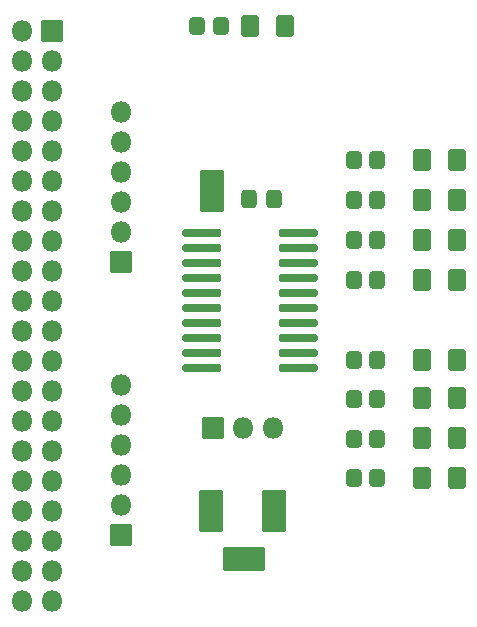
<source format=gbr>
%TF.GenerationSoftware,KiCad,Pcbnew,8.0.2*%
%TF.CreationDate,2024-05-07T14:35:48-05:00*%
%TF.ProjectId,CERBERUS 2100 Blinky,43455242-4552-4555-9320-323130302042,rev?*%
%TF.SameCoordinates,Original*%
%TF.FileFunction,Soldermask,Top*%
%TF.FilePolarity,Negative*%
%FSLAX46Y46*%
G04 Gerber Fmt 4.6, Leading zero omitted, Abs format (unit mm)*
G04 Created by KiCad (PCBNEW 8.0.2) date 2024-05-07 14:35:48*
%MOMM*%
%LPD*%
G01*
G04 APERTURE LIST*
G04 Aperture macros list*
%AMRoundRect*
0 Rectangle with rounded corners*
0 $1 Rounding radius*
0 $2 $3 $4 $5 $6 $7 $8 $9 X,Y pos of 4 corners*
0 Add a 4 corners polygon primitive as box body*
4,1,4,$2,$3,$4,$5,$6,$7,$8,$9,$2,$3,0*
0 Add four circle primitives for the rounded corners*
1,1,$1+$1,$2,$3*
1,1,$1+$1,$4,$5*
1,1,$1+$1,$6,$7*
1,1,$1+$1,$8,$9*
0 Add four rect primitives between the rounded corners*
20,1,$1+$1,$2,$3,$4,$5,0*
20,1,$1+$1,$4,$5,$6,$7,0*
20,1,$1+$1,$6,$7,$8,$9,0*
20,1,$1+$1,$8,$9,$2,$3,0*%
G04 Aperture macros list end*
%ADD10RoundRect,0.267825X0.495475X0.657975X-0.495475X0.657975X-0.495475X-0.657975X0.495475X-0.657975X0*%
%ADD11RoundRect,0.050800X-0.850000X-0.850000X0.850000X-0.850000X0.850000X0.850000X-0.850000X0.850000X0*%
%ADD12O,1.801600X1.801600*%
%ADD13RoundRect,0.271166X-0.379634X-0.479634X0.379634X-0.479634X0.379634X0.479634X-0.379634X0.479634X0*%
%ADD14RoundRect,0.050800X-1.725000X-0.925000X1.725000X-0.925000X1.725000X0.925000X-1.725000X0.925000X0*%
%ADD15RoundRect,0.175400X-0.862900X-0.175400X0.862900X-0.175400X0.862900X0.175400X-0.862900X0.175400X0*%
%ADD16RoundRect,0.271617X0.366683X0.504183X-0.366683X0.504183X-0.366683X-0.504183X0.366683X-0.504183X0*%
%ADD17RoundRect,0.050800X0.925000X-1.725000X0.925000X1.725000X-0.925000X1.725000X-0.925000X-1.725000X0*%
%ADD18RoundRect,0.050800X0.850000X-0.850000X0.850000X0.850000X-0.850000X0.850000X-0.850000X-0.850000X0*%
%ADD19RoundRect,0.175400X-0.900400X-0.175400X0.900400X-0.175400X0.900400X0.175400X-0.900400X0.175400X0*%
%ADD20RoundRect,0.050800X0.850000X0.850000X-0.850000X0.850000X-0.850000X-0.850000X0.850000X-0.850000X0*%
G04 APERTURE END LIST*
D10*
%TO.C,D8*%
X119129200Y-96477400D03*
X116154200Y-96477400D03*
%TD*%
%TO.C,D3*%
X119129200Y-76327000D03*
X116154200Y-76327000D03*
%TD*%
D11*
%TO.C,J1*%
X84861400Y-62052200D03*
D12*
X82321400Y-62052200D03*
X84861400Y-64592200D03*
X82321400Y-64592200D03*
X84861400Y-67132200D03*
X82321400Y-67132200D03*
X84861400Y-69672200D03*
X82321400Y-69672200D03*
X84861400Y-72212200D03*
X82321400Y-72212200D03*
X84861400Y-74752200D03*
X82321400Y-74752200D03*
X84861400Y-77292200D03*
X82321400Y-77292200D03*
X84861400Y-79832200D03*
X82321400Y-79832200D03*
X84861400Y-82372200D03*
X82321400Y-82372200D03*
X84861400Y-84912200D03*
X82321400Y-84912200D03*
X84861400Y-87452200D03*
X82321400Y-87452200D03*
X84861400Y-89992200D03*
X82321400Y-89992200D03*
X84861400Y-92532200D03*
X82321400Y-92532200D03*
X84861400Y-95072200D03*
X82321400Y-95072200D03*
X84861400Y-97612200D03*
X82321400Y-97612200D03*
X84861400Y-100152200D03*
X82321400Y-100152200D03*
X84861400Y-102692200D03*
X82321400Y-102692200D03*
X84861400Y-105232200D03*
X82321400Y-105232200D03*
X84861400Y-107772200D03*
X82321400Y-107772200D03*
X84861400Y-110312200D03*
X82321400Y-110312200D03*
%TD*%
D10*
%TO.C,D9*%
X119129200Y-99867400D03*
X116154200Y-99867400D03*
%TD*%
D13*
%TO.C,R8*%
X110388400Y-96524266D03*
X112388400Y-96524266D03*
%TD*%
D10*
%TO.C,D7*%
X119129200Y-93087400D03*
X116154200Y-93087400D03*
%TD*%
D14*
%TO.C,TP3*%
X101092000Y-106680000D03*
%TD*%
D10*
%TO.C,D6*%
X119162100Y-89838000D03*
X116187100Y-89838000D03*
%TD*%
D15*
%TO.C,U1*%
X98137500Y-79121000D03*
X98137500Y-80391000D03*
X98137500Y-81661000D03*
X98137500Y-82931000D03*
X98137500Y-84201000D03*
X98137500Y-85471000D03*
X98137500Y-86741000D03*
X98137500Y-88011000D03*
X98137500Y-89281000D03*
X98137500Y-90551000D03*
X105062500Y-90551000D03*
X105062500Y-89281000D03*
X105062500Y-88011000D03*
X105062500Y-86741000D03*
X105062500Y-85471000D03*
X105062500Y-84201000D03*
X105062500Y-82931000D03*
X105062500Y-81661000D03*
X105062500Y-80391000D03*
X105062500Y-79121000D03*
%TD*%
D16*
%TO.C,C1*%
X103653500Y-76200000D03*
X101578500Y-76200000D03*
%TD*%
D13*
%TO.C,R2*%
X110388400Y-72937000D03*
X112388400Y-72937000D03*
%TD*%
D17*
%TO.C,TP1*%
X98425000Y-75565000D03*
%TD*%
D13*
%TO.C,R1*%
X97171000Y-61595000D03*
X99171000Y-61595000D03*
%TD*%
%TO.C,R9*%
X110388400Y-99867400D03*
X112388400Y-99867400D03*
%TD*%
%TO.C,R5*%
X110388400Y-83107000D03*
X112388400Y-83107000D03*
%TD*%
D17*
%TO.C,TP2*%
X98298000Y-102616000D03*
%TD*%
D10*
%TO.C,D2*%
X119129200Y-72937000D03*
X116154200Y-72937000D03*
%TD*%
%TO.C,D5*%
X119129200Y-83107000D03*
X116154200Y-83107000D03*
%TD*%
%TO.C,D4*%
X119129200Y-79717000D03*
X116154200Y-79717000D03*
%TD*%
D13*
%TO.C,R7*%
X110388400Y-93181133D03*
X112388400Y-93181133D03*
%TD*%
%TO.C,R6*%
X110388400Y-89838000D03*
X112388400Y-89838000D03*
%TD*%
D18*
%TO.C,J2*%
X98526600Y-95656400D03*
D12*
X101066600Y-95656400D03*
X103606600Y-95656400D03*
%TD*%
D10*
%TO.C,D1*%
X104611500Y-61595000D03*
X101636500Y-61595000D03*
%TD*%
D17*
%TO.C,TP4*%
X103632000Y-102616000D03*
%TD*%
D19*
%TO.C,U2*%
X96950000Y-79121000D03*
X96950000Y-80391000D03*
X96950000Y-81661000D03*
X96950000Y-82931000D03*
X96950000Y-84201000D03*
X96950000Y-85471000D03*
X96950000Y-86741000D03*
X96950000Y-88011000D03*
X96950000Y-89281000D03*
X96950000Y-90551000D03*
X106250000Y-90551000D03*
X106250000Y-89281000D03*
X106250000Y-88011000D03*
X106250000Y-86741000D03*
X106250000Y-85471000D03*
X106250000Y-84201000D03*
X106250000Y-82931000D03*
X106250000Y-81661000D03*
X106250000Y-80391000D03*
X106250000Y-79121000D03*
%TD*%
D20*
%TO.C,J3*%
X90678000Y-81534000D03*
D12*
X90678000Y-78994000D03*
X90678000Y-76454000D03*
X90678000Y-73914000D03*
X90678000Y-71374000D03*
X90678000Y-68834000D03*
%TD*%
D13*
%TO.C,R3*%
X110388400Y-76327000D03*
X112388400Y-76327000D03*
%TD*%
%TO.C,R4*%
X110388400Y-79717000D03*
X112388400Y-79717000D03*
%TD*%
D20*
%TO.C,J4*%
X90678000Y-104648000D03*
D12*
X90678000Y-102108000D03*
X90678000Y-99568000D03*
X90678000Y-97028000D03*
X90678000Y-94488000D03*
X90678000Y-91948000D03*
%TD*%
M02*

</source>
